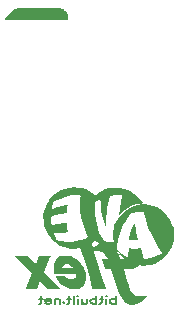
<source format=gbr>
%TF.GenerationSoftware,KiCad,Pcbnew,8.99.0-344-gfbc433deaa*%
%TF.CreationDate,2024-03-17T11:59:04-04:00*%
%TF.ProjectId,AVEFlex,41564546-6c65-4782-9e6b-696361645f70,rev?*%
%TF.SameCoordinates,Original*%
%TF.FileFunction,Legend,Bot*%
%TF.FilePolarity,Positive*%
%FSLAX46Y46*%
G04 Gerber Fmt 4.6, Leading zero omitted, Abs format (unit mm)*
G04 Created by KiCad (PCBNEW 8.99.0-344-gfbc433deaa) date 2024-03-17 11:59:04*
%MOMM*%
%LPD*%
G01*
G04 APERTURE LIST*
%ADD10C,0.127000*%
G04 APERTURE END LIST*
D10*
X147893904Y-115138059D02*
X147977904Y-115078059D01*
X146349904Y-114534059D02*
X146391904Y-114503059D01*
X147476904Y-114987059D02*
X147518904Y-115078059D01*
X144471904Y-114775059D02*
X144430904Y-114866059D01*
X147893904Y-114775059D02*
X147810904Y-114745059D01*
X149604904Y-115078059D02*
X149604904Y-115168059D01*
X147142904Y-115138059D02*
X147059904Y-115168059D01*
X143178904Y-115168059D02*
X143094904Y-115168059D01*
X144680904Y-114745059D02*
X144555904Y-114745059D01*
X145682904Y-115048059D02*
X145640904Y-115138059D01*
X147977904Y-115078059D02*
X147977904Y-115168059D01*
X145807904Y-114745059D02*
X145515904Y-114745059D01*
X146725904Y-114745059D02*
X146725904Y-115168059D01*
X149437904Y-114745059D02*
X149312904Y-114745059D01*
X147518904Y-115078059D02*
X147601904Y-115138059D01*
X143303904Y-114534059D02*
X143303904Y-115048059D01*
X149521904Y-114775059D02*
X149437904Y-114745059D01*
X144555904Y-114745059D02*
X144471904Y-114775059D01*
X144096904Y-115078059D02*
X144012904Y-115138059D01*
X147184904Y-115048059D02*
X147142904Y-115138059D01*
X143929904Y-114745059D02*
X144012904Y-114775059D01*
X148436904Y-115048059D02*
X148394904Y-115138059D01*
X144096904Y-114836059D02*
X144138904Y-114927059D01*
X149604904Y-114534059D02*
X149604904Y-114836059D01*
X145264904Y-115048059D02*
X145223904Y-115078059D01*
X148811904Y-114503059D02*
X148853904Y-114534059D01*
X149229904Y-115138059D02*
X149312904Y-115168059D01*
X148811904Y-114564059D02*
X148770904Y-114534059D01*
X146391904Y-114503059D02*
X146433904Y-114534059D01*
X149604904Y-114836059D02*
X149604904Y-115078059D01*
X148770904Y-114534059D02*
X148811904Y-114503059D01*
X147977904Y-114534059D02*
X147977904Y-114836059D01*
X146391904Y-114745059D02*
X146391904Y-115168059D01*
X144012904Y-114775059D02*
X144096904Y-114836059D01*
X144764904Y-114775059D02*
X144680904Y-114745059D01*
X147977904Y-114836059D02*
X147893904Y-114775059D01*
X143679904Y-114806059D02*
X143720904Y-114775059D01*
X146433904Y-114534059D02*
X146391904Y-114564059D01*
X144430904Y-114866059D02*
X144430904Y-115168059D01*
X149145904Y-114836059D02*
X149103904Y-114927059D01*
X149437904Y-115168059D02*
X149521904Y-115138059D01*
X145223904Y-115078059D02*
X145181904Y-115048059D01*
X143637904Y-114866059D02*
X143679904Y-114806059D01*
X143428904Y-114745059D02*
X143136904Y-114745059D01*
X147601904Y-114775059D02*
X147518904Y-114836059D01*
X147059904Y-115168059D02*
X146933904Y-115168059D01*
X147601904Y-115138059D02*
X147685904Y-115168059D01*
X144012904Y-115138059D02*
X143929904Y-115168059D01*
X148436904Y-114534059D02*
X148436904Y-115048059D01*
X149312904Y-115168059D02*
X149437904Y-115168059D01*
X144889904Y-114866059D02*
X144764904Y-114775059D01*
X143637904Y-114927059D02*
X143637904Y-114866059D01*
X147476904Y-114927059D02*
X147476904Y-114987059D01*
X144138904Y-114987059D02*
X144096904Y-115078059D01*
X143303904Y-115048059D02*
X143261904Y-115138059D01*
X147518904Y-114836059D02*
X147476904Y-114927059D01*
X145640904Y-115138059D02*
X145556904Y-115168059D01*
X148811904Y-114745059D02*
X148811904Y-115168059D01*
X145181904Y-115048059D02*
X145223904Y-115017059D01*
X149521904Y-115138059D02*
X149604904Y-115078059D01*
X144138904Y-114927059D02*
X144138904Y-114987059D01*
X146850904Y-115138059D02*
X146725904Y-115048059D01*
X146057904Y-114534059D02*
X146057904Y-115168059D01*
X145223904Y-115017059D02*
X145264904Y-115048059D01*
X147184904Y-114745059D02*
X147184904Y-115048059D01*
X148394904Y-115138059D02*
X148311904Y-115168059D01*
X149229904Y-114775059D02*
X149145904Y-114836059D01*
X143804904Y-114745059D02*
X143929904Y-114745059D01*
X149312904Y-114745059D02*
X149229904Y-114775059D01*
X143929904Y-115168059D02*
X143804904Y-115168059D01*
X148561904Y-114745059D02*
X148269904Y-114745059D01*
X144889904Y-114745059D02*
X144889904Y-114866059D01*
X143720904Y-115138059D02*
X143637904Y-115078059D01*
X146391904Y-114564059D02*
X146349904Y-114534059D01*
X149145904Y-115078059D02*
X149229904Y-115138059D01*
X147977904Y-114836059D02*
X147977904Y-115078059D01*
X147810904Y-115168059D02*
X147893904Y-115138059D01*
X148311904Y-115168059D02*
X148227904Y-115168059D01*
X145556904Y-115168059D02*
X145473904Y-115168059D01*
X147685904Y-114745059D02*
X147601904Y-114775059D01*
X149604904Y-114836059D02*
X149521904Y-114775059D01*
X148853904Y-114534059D02*
X148811904Y-114564059D01*
X145682904Y-114534059D02*
X145682904Y-115048059D01*
X144138904Y-114927059D02*
X143637904Y-114927059D01*
X149103904Y-114987059D02*
X149145904Y-115078059D01*
X144889904Y-114866059D02*
X144889904Y-115168059D01*
X143720904Y-114775059D02*
X143804904Y-114745059D01*
X146933904Y-115168059D02*
X146850904Y-115138059D01*
X143261904Y-115138059D02*
X143178904Y-115168059D01*
X147685904Y-115168059D02*
X147810904Y-115168059D01*
X149103904Y-114927059D02*
X149103904Y-114987059D01*
X143804904Y-115168059D02*
X143720904Y-115138059D01*
X147810904Y-114745059D02*
X147685904Y-114745059D01*
G36*
X144779600Y-90144637D02*
G01*
X144855663Y-90146559D01*
X144880127Y-90149629D01*
X145029969Y-90183834D01*
X145056178Y-90193005D01*
X145193235Y-90259013D01*
X145216746Y-90273787D01*
X145335669Y-90368631D01*
X145355303Y-90388267D01*
X145450144Y-90507202D01*
X145464916Y-90530714D01*
X145530911Y-90667767D01*
X145540081Y-90693977D01*
X145574284Y-90843861D01*
X145577351Y-90868246D01*
X145579317Y-90944361D01*
X145579358Y-90947528D01*
X145579386Y-91045803D01*
X145559721Y-91112848D01*
X145506930Y-91158618D01*
X145455386Y-91169838D01*
X140363355Y-91169838D01*
X140296316Y-91150153D01*
X140250561Y-91097349D01*
X140240617Y-91028191D01*
X140269642Y-90964635D01*
X140278075Y-90955820D01*
X140844032Y-90419651D01*
X140846146Y-90417694D01*
X140907806Y-90361940D01*
X140924187Y-90349436D01*
X141065416Y-90259160D01*
X141086304Y-90248446D01*
X141240664Y-90186943D01*
X141263196Y-90180357D01*
X141427822Y-90148771D01*
X141448281Y-90146584D01*
X141531381Y-90144636D01*
X141534287Y-90144602D01*
X144776468Y-90144597D01*
X144779600Y-90144637D01*
G37*
G36*
X144099878Y-111121556D02*
G01*
X144103322Y-111129656D01*
X144102421Y-111134225D01*
X144062761Y-111228432D01*
X144062731Y-111228502D01*
X143535204Y-112458762D01*
X143535061Y-112504071D01*
X143535061Y-112504072D01*
X144936482Y-113883122D01*
X144939900Y-113890708D01*
X144940334Y-113898868D01*
X144940339Y-113899987D01*
X144940282Y-113901277D01*
X144936558Y-113909252D01*
X144928793Y-113912269D01*
X143904530Y-113912269D01*
X143896425Y-113908927D01*
X143210347Y-113227272D01*
X142918171Y-113896778D01*
X142911831Y-113902883D01*
X142907741Y-113903677D01*
X141973930Y-113912647D01*
X141965767Y-113909357D01*
X141962321Y-113901258D01*
X141962863Y-113897655D01*
X141977294Y-113852387D01*
X141977682Y-113851346D01*
X142536157Y-112549491D01*
X141125849Y-111138248D01*
X141122483Y-111130115D01*
X141125854Y-111121985D01*
X141133983Y-111118619D01*
X142149470Y-111118619D01*
X142157589Y-111121974D01*
X142851673Y-111813855D01*
X143138029Y-111134046D01*
X143144290Y-111127859D01*
X143148520Y-111127010D01*
X144091715Y-111118263D01*
X144099878Y-111121556D01*
G37*
G36*
X151266111Y-108291610D02*
G01*
X151270538Y-108299218D01*
X151270562Y-108299415D01*
X151360121Y-109061709D01*
X151360123Y-109061721D01*
X151440403Y-109467169D01*
X151440405Y-109467180D01*
X151525284Y-109727190D01*
X151524606Y-109735966D01*
X151524304Y-109736521D01*
X151517734Y-109747869D01*
X151517568Y-109748147D01*
X151517260Y-109748646D01*
X151517073Y-109748940D01*
X151510464Y-109758956D01*
X151503174Y-109763888D01*
X151500865Y-109764122D01*
X150789481Y-109764122D01*
X150781349Y-109760754D01*
X150778818Y-109756929D01*
X150760169Y-109710754D01*
X150759438Y-109704886D01*
X150815766Y-109293841D01*
X150816013Y-109292574D01*
X150896663Y-108974687D01*
X150897107Y-108973308D01*
X150988731Y-108740207D01*
X150989417Y-108738764D01*
X151212654Y-108342967D01*
X151213524Y-108341647D01*
X151249994Y-108293787D01*
X151257602Y-108289360D01*
X151266111Y-108291610D01*
G37*
G36*
X146107589Y-105305940D02*
G01*
X146522685Y-105345235D01*
X146523982Y-105345433D01*
X146771885Y-105397894D01*
X146773076Y-105398214D01*
X147077257Y-105497614D01*
X147078562Y-105498130D01*
X147369342Y-105634284D01*
X147370879Y-105635154D01*
X147740999Y-105883863D01*
X147742820Y-105885381D01*
X147863467Y-106009149D01*
X147866731Y-106017323D01*
X147863259Y-106025411D01*
X147861559Y-106026779D01*
X147780812Y-106079978D01*
X147780812Y-106079979D01*
X147651121Y-106250797D01*
X147650886Y-106251096D01*
X147365080Y-106602723D01*
X147365074Y-106602732D01*
X147143804Y-107046625D01*
X147143803Y-107046629D01*
X147089872Y-107266528D01*
X147089746Y-107266999D01*
X147025793Y-107486983D01*
X147025791Y-107486988D01*
X146984342Y-107728792D01*
X147003779Y-108316469D01*
X147003780Y-108316474D01*
X147056221Y-108553397D01*
X147056223Y-108553400D01*
X147088151Y-108621465D01*
X147088731Y-108622966D01*
X147161050Y-108857948D01*
X147330319Y-109198169D01*
X147330322Y-109198174D01*
X147514143Y-109450217D01*
X147623520Y-109596553D01*
X147825059Y-109834607D01*
X147827743Y-109842990D01*
X147825131Y-109849383D01*
X147776661Y-109907774D01*
X147775068Y-109909351D01*
X147615601Y-110039034D01*
X147615551Y-110074996D01*
X147722070Y-110473394D01*
X147912034Y-110327448D01*
X147912758Y-110326935D01*
X148174638Y-110156136D01*
X148177442Y-110154807D01*
X148240758Y-110134714D01*
X148240759Y-110134714D01*
X148241973Y-110133596D01*
X148241973Y-110109603D01*
X148014369Y-109943569D01*
X148013132Y-109942525D01*
X147630174Y-109570392D01*
X147628652Y-109568573D01*
X147446710Y-109298678D01*
X147345799Y-109158932D01*
X147344831Y-109157333D01*
X147210504Y-108888045D01*
X147209893Y-108886572D01*
X147122069Y-108624945D01*
X147121764Y-108623862D01*
X147055496Y-108335713D01*
X147055211Y-108333555D01*
X147035520Y-107793320D01*
X147035609Y-107791413D01*
X147075258Y-107487631D01*
X147075505Y-107486326D01*
X147156436Y-107163035D01*
X147156891Y-107161617D01*
X147261794Y-106895017D01*
X147262422Y-106893679D01*
X147431519Y-106586696D01*
X147432373Y-106585371D01*
X147656161Y-106285247D01*
X147657245Y-106283993D01*
X147979311Y-105961642D01*
X147980553Y-105960565D01*
X148249553Y-105759143D01*
X148250312Y-105758621D01*
X148419612Y-105651859D01*
X148420862Y-105651175D01*
X148741841Y-105500609D01*
X148743218Y-105500068D01*
X149012405Y-105413873D01*
X149013555Y-105413569D01*
X149298913Y-105353803D01*
X149301271Y-105353559D01*
X149993467Y-105353624D01*
X149995979Y-105353902D01*
X150345353Y-105432149D01*
X150346667Y-105432526D01*
X150637051Y-105534988D01*
X150638400Y-105535564D01*
X150890738Y-105662751D01*
X150891904Y-105663427D01*
X151195412Y-105864066D01*
X151196718Y-105865071D01*
X151501165Y-106136218D01*
X151502291Y-106137372D01*
X151719459Y-106393678D01*
X151720163Y-106394598D01*
X151896830Y-106651659D01*
X151898851Y-106658050D01*
X151898969Y-106669114D01*
X151895688Y-106677282D01*
X151888486Y-106680692D01*
X151636117Y-106703069D01*
X151636105Y-106703070D01*
X151288936Y-106768668D01*
X151288924Y-106768671D01*
X150945186Y-106888379D01*
X150638845Y-107041933D01*
X150638839Y-107041937D01*
X150383679Y-107212021D01*
X150106824Y-107444204D01*
X149892297Y-107694969D01*
X149884451Y-107698958D01*
X149876082Y-107696232D01*
X149872093Y-107688386D01*
X149872177Y-107685841D01*
X149952752Y-107130669D01*
X149952826Y-107130220D01*
X150053336Y-106589247D01*
X150053425Y-106588815D01*
X150183182Y-106014178D01*
X150131893Y-105983646D01*
X149520258Y-106004618D01*
X149520250Y-106004619D01*
X149151741Y-106070991D01*
X149127364Y-106099180D01*
X149039197Y-106420647D01*
X148955868Y-106758513D01*
X148955864Y-106758531D01*
X148885819Y-107114324D01*
X148885818Y-107114329D01*
X148836140Y-107453416D01*
X148798276Y-107826147D01*
X148799529Y-108627477D01*
X148799530Y-108627489D01*
X148801246Y-108636549D01*
X148799450Y-108645166D01*
X148792087Y-108649988D01*
X148783470Y-108648192D01*
X148779590Y-108643688D01*
X148664708Y-108405680D01*
X148664249Y-108404589D01*
X148516502Y-107995669D01*
X148516147Y-107994492D01*
X148425884Y-107625278D01*
X148425653Y-107624044D01*
X148379076Y-107269385D01*
X148379009Y-107268734D01*
X148325170Y-106539053D01*
X148301144Y-106348652D01*
X147840069Y-106567638D01*
X147818677Y-106773180D01*
X147818676Y-106773198D01*
X147818983Y-107266528D01*
X147852577Y-107655727D01*
X147852577Y-107655730D01*
X147905350Y-108028011D01*
X147905354Y-108028035D01*
X147991610Y-108418573D01*
X147991624Y-108418625D01*
X148104796Y-108806405D01*
X148239427Y-109150336D01*
X148373863Y-109417025D01*
X148575242Y-109721851D01*
X148735448Y-109898719D01*
X148860521Y-109936436D01*
X148860530Y-109936437D01*
X149387587Y-109954768D01*
X149395596Y-109958417D01*
X149398307Y-109963330D01*
X149406321Y-109993741D01*
X149531473Y-110387664D01*
X149531478Y-110387676D01*
X149735421Y-110754254D01*
X149735867Y-110755144D01*
X149879422Y-111075622D01*
X149879676Y-111076235D01*
X150011701Y-111423380D01*
X150414410Y-111422678D01*
X150414411Y-111422677D01*
X150265752Y-111299976D01*
X150264904Y-111299202D01*
X149960844Y-110992380D01*
X149959806Y-110991176D01*
X149780315Y-110751391D01*
X149780315Y-110751392D01*
X149734735Y-110690502D01*
X149733736Y-110688912D01*
X149666292Y-110559090D01*
X149693751Y-110559090D01*
X149693752Y-110559093D01*
X149838365Y-110747093D01*
X149838371Y-110747101D01*
X150106362Y-110999296D01*
X150661175Y-111278594D01*
X150676676Y-111262168D01*
X150715986Y-110421878D01*
X150718940Y-110414705D01*
X150721665Y-110411689D01*
X150729616Y-110407914D01*
X150735449Y-110409168D01*
X150824738Y-110454996D01*
X151033777Y-110523583D01*
X151263328Y-110545968D01*
X151703667Y-110489183D01*
X151703685Y-110489181D01*
X151724054Y-110485476D01*
X151732657Y-110487334D01*
X151737011Y-110493122D01*
X151847809Y-110822308D01*
X151942976Y-111096994D01*
X151943189Y-111097604D01*
X151943193Y-111097632D01*
X151943198Y-111097631D01*
X152038352Y-111372277D01*
X152230076Y-111368290D01*
X152441259Y-111338007D01*
X152441260Y-111338007D01*
X152822028Y-111239439D01*
X153177952Y-111091829D01*
X153177963Y-111091824D01*
X153464507Y-110934987D01*
X153464518Y-110934980D01*
X153529163Y-110885940D01*
X153206959Y-110348618D01*
X153206824Y-110348387D01*
X152860422Y-109738963D01*
X152860213Y-109738578D01*
X152579178Y-109197203D01*
X152578783Y-109196360D01*
X152386994Y-108739922D01*
X152386688Y-108739109D01*
X152155602Y-108046945D01*
X152155324Y-108045971D01*
X152014091Y-107453754D01*
X152003886Y-107416463D01*
X151721463Y-107393041D01*
X151298849Y-107427416D01*
X151298846Y-107427416D01*
X151111674Y-107463691D01*
X150897472Y-107533256D01*
X150897471Y-107533257D01*
X150745318Y-107723994D01*
X150745299Y-107724020D01*
X150465305Y-108146261D01*
X150257283Y-108524887D01*
X150057295Y-108977302D01*
X150057294Y-108977306D01*
X149888748Y-109467820D01*
X149888746Y-109467826D01*
X149784089Y-109891090D01*
X149717708Y-110280119D01*
X149693751Y-110559090D01*
X149666292Y-110559090D01*
X149545897Y-110327342D01*
X149545171Y-110325612D01*
X149431002Y-109976213D01*
X149430610Y-109974653D01*
X149370970Y-109639066D01*
X149370793Y-109637038D01*
X149371521Y-109113769D01*
X149371704Y-109111739D01*
X149428111Y-108799756D01*
X149428383Y-108798598D01*
X149509004Y-108520658D01*
X149509454Y-108519390D01*
X149625012Y-108245587D01*
X149625723Y-108244180D01*
X149785908Y-107974894D01*
X149786522Y-107973968D01*
X149956877Y-107741900D01*
X149958025Y-107740564D01*
X150383241Y-107316364D01*
X150385020Y-107314913D01*
X150797994Y-107041833D01*
X150799865Y-107040830D01*
X151171516Y-106883955D01*
X151173158Y-106883404D01*
X151485724Y-106804045D01*
X151486976Y-106803800D01*
X151749686Y-106767406D01*
X151751264Y-106767297D01*
X152183031Y-106767297D01*
X152184580Y-106767402D01*
X152448786Y-106803319D01*
X152449918Y-106803531D01*
X152736451Y-106872210D01*
X152737925Y-106872670D01*
X153080662Y-107005484D01*
X153082423Y-107006345D01*
X153396545Y-107194791D01*
X153397711Y-107195593D01*
X153668579Y-107407330D01*
X153669759Y-107408391D01*
X153974790Y-107723441D01*
X153975685Y-107724484D01*
X154136168Y-107935741D01*
X154136911Y-107936845D01*
X154318674Y-108244342D01*
X154319391Y-108245774D01*
X154419786Y-108486932D01*
X154420214Y-108488150D01*
X154507442Y-108789071D01*
X154507750Y-108790439D01*
X154559580Y-109111315D01*
X154559727Y-109113166D01*
X154559009Y-109603411D01*
X154558894Y-109605019D01*
X154522917Y-109857080D01*
X154522695Y-109858218D01*
X154451909Y-110144227D01*
X154451438Y-110145699D01*
X154354204Y-110391189D01*
X154353777Y-110392138D01*
X154239514Y-110618380D01*
X154238838Y-110619545D01*
X154037952Y-110922935D01*
X154036988Y-110924193D01*
X153778792Y-111216948D01*
X153777560Y-111218149D01*
X153465241Y-111480293D01*
X153464129Y-111481118D01*
X153186182Y-111662332D01*
X153184722Y-111663140D01*
X152902939Y-111793250D01*
X152901466Y-111793811D01*
X152568576Y-111895115D01*
X152567451Y-111895396D01*
X152367344Y-111934819D01*
X152365788Y-111935017D01*
X151993205Y-111956657D01*
X151991857Y-111956656D01*
X151556095Y-111930794D01*
X151400272Y-112076542D01*
X151398185Y-112078091D01*
X151249417Y-112164363D01*
X151246917Y-112165441D01*
X151011427Y-112235252D01*
X151009512Y-112235646D01*
X150756869Y-112265591D01*
X150755666Y-112265670D01*
X150300311Y-112271650D01*
X150300309Y-112271650D01*
X150293792Y-112278292D01*
X150293792Y-112278293D01*
X150577174Y-113267781D01*
X150577180Y-113267802D01*
X150702315Y-113632176D01*
X150702335Y-113632230D01*
X150850475Y-113987927D01*
X150983307Y-114211381D01*
X151122697Y-114354783D01*
X151329859Y-114488677D01*
X151329865Y-114488679D01*
X151568878Y-114564096D01*
X152110193Y-114559362D01*
X152110195Y-114559362D01*
X152320401Y-114503886D01*
X152329124Y-114505067D01*
X152334455Y-114512070D01*
X152333274Y-114520793D01*
X152331215Y-114523382D01*
X152111089Y-114730425D01*
X152110386Y-114731034D01*
X151786266Y-114989860D01*
X151785058Y-114990704D01*
X151582208Y-115113848D01*
X151581114Y-115114434D01*
X151356726Y-115219437D01*
X151354906Y-115220108D01*
X151276231Y-115241777D01*
X151276150Y-115241799D01*
X151275986Y-115241842D01*
X151275987Y-115241843D01*
X151197017Y-115263356D01*
X151194097Y-115263760D01*
X150874462Y-115266630D01*
X150871470Y-115266261D01*
X150672601Y-115214638D01*
X150670710Y-115213967D01*
X150504447Y-115137985D01*
X150501876Y-115136368D01*
X150295212Y-114964570D01*
X150292987Y-114962095D01*
X150107546Y-114683214D01*
X150106828Y-114681973D01*
X149904669Y-114276092D01*
X149904260Y-114275172D01*
X149718259Y-113801930D01*
X149718024Y-113801274D01*
X149465391Y-113023178D01*
X149465263Y-113022758D01*
X149251050Y-112265699D01*
X148684176Y-112277851D01*
X148675974Y-112274658D01*
X148672930Y-112269707D01*
X148415827Y-111426242D01*
X148416678Y-111417482D01*
X148423474Y-111411889D01*
X148427187Y-111411395D01*
X148955975Y-111427968D01*
X148863906Y-111245932D01*
X148863906Y-111245931D01*
X148737483Y-111059391D01*
X148737480Y-111059387D01*
X148588709Y-110910267D01*
X148588706Y-110910265D01*
X148418910Y-110797197D01*
X148216169Y-110722769D01*
X147781552Y-110709134D01*
X147781551Y-110709135D01*
X147801029Y-110771320D01*
X147801119Y-110771621D01*
X148108320Y-111855435D01*
X148375592Y-112735756D01*
X148612179Y-113446777D01*
X148763092Y-113852972D01*
X148780505Y-113896497D01*
X148780398Y-113905298D01*
X148774100Y-113911446D01*
X148769828Y-113912269D01*
X147629806Y-113912269D01*
X147621674Y-113908901D01*
X147618519Y-113902972D01*
X147529491Y-113446894D01*
X147426190Y-112972647D01*
X147292743Y-112437033D01*
X147108949Y-111803140D01*
X147108941Y-111803112D01*
X146867604Y-111093746D01*
X146624851Y-110473018D01*
X146528604Y-110491938D01*
X146527470Y-110492103D01*
X146134740Y-110529277D01*
X146132866Y-110529301D01*
X145812328Y-110507218D01*
X145811465Y-110507126D01*
X145576270Y-110472959D01*
X145575155Y-110472740D01*
X145241390Y-110389964D01*
X145239727Y-110389414D01*
X144926302Y-110258549D01*
X144924872Y-110257831D01*
X144610816Y-110071799D01*
X144609460Y-110070859D01*
X144339753Y-109853464D01*
X144338628Y-109852426D01*
X144102853Y-109603939D01*
X144101976Y-109602898D01*
X143875765Y-109299567D01*
X143874785Y-109298005D01*
X143688986Y-108941361D01*
X143688271Y-108939673D01*
X143571503Y-108588078D01*
X143571183Y-108586912D01*
X143515943Y-108334570D01*
X143515682Y-108332447D01*
X143514638Y-108296750D01*
X144161545Y-108296750D01*
X144197679Y-108504288D01*
X144221326Y-108541740D01*
X144710556Y-108427732D01*
X144711196Y-108427602D01*
X145201648Y-108342320D01*
X145202682Y-108342188D01*
X145448150Y-108322153D01*
X145456529Y-108324849D01*
X145460548Y-108332679D01*
X145460566Y-108332940D01*
X145482478Y-108705861D01*
X145561208Y-109089635D01*
X145559543Y-109098278D01*
X145552254Y-109103211D01*
X145551919Y-109103275D01*
X145259162Y-109154329D01*
X145258055Y-109154467D01*
X144800971Y-109189122D01*
X144798923Y-109189094D01*
X144476084Y-109155817D01*
X144473968Y-109155396D01*
X144313929Y-109107533D01*
X144314039Y-109142178D01*
X144518126Y-109653619D01*
X144593657Y-109806527D01*
X144593658Y-109806528D01*
X144931914Y-109882399D01*
X144931931Y-109882402D01*
X145126372Y-109906804D01*
X145126373Y-109906804D01*
X145126632Y-109906836D01*
X145126631Y-109906836D01*
X145126654Y-109906838D01*
X145321117Y-109931243D01*
X145321130Y-109931244D01*
X145694210Y-109945075D01*
X145896560Y-109933766D01*
X145896584Y-109933764D01*
X146235957Y-109897566D01*
X146235975Y-109897563D01*
X146619975Y-109812447D01*
X146619999Y-109812440D01*
X147014533Y-109676465D01*
X147014553Y-109676457D01*
X147263700Y-109561240D01*
X147245690Y-109518380D01*
X147245567Y-109518076D01*
X147009914Y-108909153D01*
X147009728Y-108908634D01*
X146824235Y-108351398D01*
X146824003Y-108350609D01*
X146685783Y-107808765D01*
X146685614Y-107807992D01*
X146602235Y-107352452D01*
X146602100Y-107351482D01*
X146561397Y-106928014D01*
X146561350Y-106926530D01*
X146581088Y-106336365D01*
X146581240Y-106334848D01*
X146634244Y-106018681D01*
X146622961Y-106006119D01*
X146622959Y-106006118D01*
X146232484Y-105971884D01*
X146232478Y-105971884D01*
X145863453Y-106006648D01*
X145535469Y-106073250D01*
X145122885Y-106191976D01*
X144627532Y-106382311D01*
X144353204Y-106509443D01*
X144229730Y-106881488D01*
X144178492Y-107125494D01*
X144178492Y-107125495D01*
X144179054Y-107276349D01*
X144339128Y-107153982D01*
X144341110Y-107152763D01*
X144644379Y-107006282D01*
X144645667Y-107005753D01*
X145033092Y-106873566D01*
X145034271Y-106873233D01*
X145337335Y-106804736D01*
X145338658Y-106804517D01*
X145520154Y-106785288D01*
X145528596Y-106787781D01*
X145532802Y-106795512D01*
X145532866Y-106796755D01*
X145532790Y-106824961D01*
X145532374Y-106827996D01*
X145497948Y-106952424D01*
X145497947Y-106952428D01*
X145472376Y-107438178D01*
X145469235Y-107445488D01*
X145459383Y-107455873D01*
X145452894Y-107459308D01*
X144914566Y-107547244D01*
X144914565Y-107547245D01*
X144492385Y-107650658D01*
X144226043Y-107753013D01*
X144161545Y-107818082D01*
X144161545Y-108296750D01*
X143514638Y-108296750D01*
X143497419Y-107708263D01*
X143497578Y-107705991D01*
X143567046Y-107299168D01*
X143567430Y-107297596D01*
X143673943Y-106965075D01*
X143674430Y-106963814D01*
X143787772Y-106715105D01*
X143788406Y-106713908D01*
X143955734Y-106438159D01*
X143956600Y-106436922D01*
X144173611Y-106166842D01*
X144174656Y-106165707D01*
X144432668Y-105920623D01*
X144433737Y-105919725D01*
X144703519Y-105719608D01*
X144704732Y-105718821D01*
X144966193Y-105571764D01*
X144967297Y-105571218D01*
X145263657Y-105444084D01*
X145265377Y-105443503D01*
X145651425Y-105346075D01*
X145653230Y-105345769D01*
X146105496Y-105305933D01*
X146107589Y-105305940D01*
G37*
G36*
X145474740Y-111098495D02*
G01*
X145818162Y-111169663D01*
X145820299Y-111170329D01*
X146090969Y-111284557D01*
X146092862Y-111285573D01*
X146387487Y-111481308D01*
X146389306Y-111482807D01*
X146702443Y-111799965D01*
X146703856Y-111801707D01*
X146933317Y-112149141D01*
X146934395Y-112151199D01*
X147054183Y-112449910D01*
X147054750Y-112451762D01*
X147115651Y-112733703D01*
X147115910Y-112736194D01*
X147113527Y-113174334D01*
X147112899Y-113178019D01*
X147022197Y-113441118D01*
X147021248Y-113443182D01*
X146930939Y-113597373D01*
X146929148Y-113599693D01*
X146740159Y-113788685D01*
X146737079Y-113790884D01*
X146490648Y-113911402D01*
X146488633Y-113912163D01*
X146397051Y-113937236D01*
X146397050Y-113937235D01*
X146396420Y-113937411D01*
X146396369Y-113937425D01*
X146304789Y-113962419D01*
X146301460Y-113962821D01*
X145814091Y-113950050D01*
X145811282Y-113949626D01*
X145575834Y-113883494D01*
X145574559Y-113883053D01*
X145365409Y-113796786D01*
X145363526Y-113795797D01*
X145068104Y-113603753D01*
X145066198Y-113602200D01*
X144795828Y-113328999D01*
X144794488Y-113327370D01*
X144655431Y-113122584D01*
X144654677Y-113121302D01*
X144528223Y-112870532D01*
X144527569Y-112861755D01*
X144533313Y-112855086D01*
X144538360Y-112853855D01*
X145308433Y-112845051D01*
X145316602Y-112848326D01*
X145316607Y-112848330D01*
X145486446Y-113014508D01*
X145669705Y-113104169D01*
X145897117Y-113120243D01*
X146032253Y-113083668D01*
X146032256Y-113083667D01*
X146168808Y-112995322D01*
X146168809Y-112995320D01*
X146249917Y-112876574D01*
X146246641Y-112660602D01*
X146225058Y-112625497D01*
X144411081Y-112625497D01*
X144402949Y-112622129D01*
X144399690Y-112615575D01*
X144374106Y-112430868D01*
X144373997Y-112429295D01*
X144373899Y-112185175D01*
X145075836Y-112185175D01*
X145077075Y-112185249D01*
X146042141Y-112184794D01*
X146042142Y-112184793D01*
X145932638Y-112048759D01*
X145932634Y-112048755D01*
X145760566Y-111916006D01*
X145760558Y-111916001D01*
X145592187Y-111838666D01*
X145321525Y-111838666D01*
X145212513Y-111897680D01*
X145212508Y-111897684D01*
X145126051Y-111990249D01*
X145075851Y-112157507D01*
X145075836Y-112170841D01*
X145075836Y-112185175D01*
X144373899Y-112185175D01*
X144373767Y-111855648D01*
X144374170Y-111852625D01*
X144432969Y-111636460D01*
X144433754Y-111634388D01*
X144524485Y-111450554D01*
X144526623Y-111447555D01*
X144710552Y-111261709D01*
X144713726Y-111259442D01*
X144897054Y-111170931D01*
X144899124Y-111170167D01*
X145100591Y-111117078D01*
X145102947Y-111116712D01*
X145471832Y-111098270D01*
X145474740Y-111098495D01*
G37*
M02*

</source>
